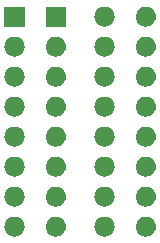
<source format=gbr>
G04 #@! TF.GenerationSoftware,KiCad,Pcbnew,(5.1.4)-1*
G04 #@! TF.CreationDate,2021-07-19T20:27:01-04:00*
G04 #@! TF.ProjectId,9301_to_74ls42,39333031-5f74-46f5-9f37-346c7334322e,rev?*
G04 #@! TF.SameCoordinates,Original*
G04 #@! TF.FileFunction,Soldermask,Top*
G04 #@! TF.FilePolarity,Negative*
%FSLAX46Y46*%
G04 Gerber Fmt 4.6, Leading zero omitted, Abs format (unit mm)*
G04 Created by KiCad (PCBNEW (5.1.4)-1) date 2021-07-19 20:27:01*
%MOMM*%
%LPD*%
G04 APERTURE LIST*
%ADD10C,0.100000*%
G04 APERTURE END LIST*
D10*
G36*
X139916823Y-64441313D02*
G01*
X140077242Y-64489976D01*
X140209906Y-64560886D01*
X140225078Y-64568996D01*
X140354659Y-64675341D01*
X140461004Y-64804922D01*
X140461005Y-64804924D01*
X140540024Y-64952758D01*
X140588687Y-65113177D01*
X140605117Y-65280000D01*
X140588687Y-65446823D01*
X140540024Y-65607242D01*
X140469114Y-65739906D01*
X140461004Y-65755078D01*
X140354659Y-65884659D01*
X140225078Y-65991004D01*
X140225076Y-65991005D01*
X140077242Y-66070024D01*
X139916823Y-66118687D01*
X139791804Y-66131000D01*
X139708196Y-66131000D01*
X139583177Y-66118687D01*
X139422758Y-66070024D01*
X139274924Y-65991005D01*
X139274922Y-65991004D01*
X139145341Y-65884659D01*
X139038996Y-65755078D01*
X139030886Y-65739906D01*
X138959976Y-65607242D01*
X138911313Y-65446823D01*
X138894883Y-65280000D01*
X138911313Y-65113177D01*
X138959976Y-64952758D01*
X139038995Y-64804924D01*
X139038996Y-64804922D01*
X139145341Y-64675341D01*
X139274922Y-64568996D01*
X139290094Y-64560886D01*
X139422758Y-64489976D01*
X139583177Y-64441313D01*
X139708196Y-64429000D01*
X139791804Y-64429000D01*
X139916823Y-64441313D01*
X139916823Y-64441313D01*
G37*
G36*
X136416823Y-64441313D02*
G01*
X136577242Y-64489976D01*
X136709906Y-64560886D01*
X136725078Y-64568996D01*
X136854659Y-64675341D01*
X136961004Y-64804922D01*
X136961005Y-64804924D01*
X137040024Y-64952758D01*
X137088687Y-65113177D01*
X137105117Y-65280000D01*
X137088687Y-65446823D01*
X137040024Y-65607242D01*
X136969114Y-65739906D01*
X136961004Y-65755078D01*
X136854659Y-65884659D01*
X136725078Y-65991004D01*
X136725076Y-65991005D01*
X136577242Y-66070024D01*
X136416823Y-66118687D01*
X136291804Y-66131000D01*
X136208196Y-66131000D01*
X136083177Y-66118687D01*
X135922758Y-66070024D01*
X135774924Y-65991005D01*
X135774922Y-65991004D01*
X135645341Y-65884659D01*
X135538996Y-65755078D01*
X135530886Y-65739906D01*
X135459976Y-65607242D01*
X135411313Y-65446823D01*
X135394883Y-65280000D01*
X135411313Y-65113177D01*
X135459976Y-64952758D01*
X135538995Y-64804924D01*
X135538996Y-64804922D01*
X135645341Y-64675341D01*
X135774922Y-64568996D01*
X135790094Y-64560886D01*
X135922758Y-64489976D01*
X136083177Y-64441313D01*
X136208196Y-64429000D01*
X136291804Y-64429000D01*
X136416823Y-64441313D01*
X136416823Y-64441313D01*
G37*
G36*
X147536823Y-64441313D02*
G01*
X147697242Y-64489976D01*
X147829906Y-64560886D01*
X147845078Y-64568996D01*
X147974659Y-64675341D01*
X148081004Y-64804922D01*
X148081005Y-64804924D01*
X148160024Y-64952758D01*
X148208687Y-65113177D01*
X148225117Y-65280000D01*
X148208687Y-65446823D01*
X148160024Y-65607242D01*
X148089114Y-65739906D01*
X148081004Y-65755078D01*
X147974659Y-65884659D01*
X147845078Y-65991004D01*
X147845076Y-65991005D01*
X147697242Y-66070024D01*
X147536823Y-66118687D01*
X147411804Y-66131000D01*
X147328196Y-66131000D01*
X147203177Y-66118687D01*
X147042758Y-66070024D01*
X146894924Y-65991005D01*
X146894922Y-65991004D01*
X146765341Y-65884659D01*
X146658996Y-65755078D01*
X146650886Y-65739906D01*
X146579976Y-65607242D01*
X146531313Y-65446823D01*
X146514883Y-65280000D01*
X146531313Y-65113177D01*
X146579976Y-64952758D01*
X146658995Y-64804924D01*
X146658996Y-64804922D01*
X146765341Y-64675341D01*
X146894922Y-64568996D01*
X146910094Y-64560886D01*
X147042758Y-64489976D01*
X147203177Y-64441313D01*
X147328196Y-64429000D01*
X147411804Y-64429000D01*
X147536823Y-64441313D01*
X147536823Y-64441313D01*
G37*
G36*
X144036823Y-64441313D02*
G01*
X144197242Y-64489976D01*
X144329906Y-64560886D01*
X144345078Y-64568996D01*
X144474659Y-64675341D01*
X144581004Y-64804922D01*
X144581005Y-64804924D01*
X144660024Y-64952758D01*
X144708687Y-65113177D01*
X144725117Y-65280000D01*
X144708687Y-65446823D01*
X144660024Y-65607242D01*
X144589114Y-65739906D01*
X144581004Y-65755078D01*
X144474659Y-65884659D01*
X144345078Y-65991004D01*
X144345076Y-65991005D01*
X144197242Y-66070024D01*
X144036823Y-66118687D01*
X143911804Y-66131000D01*
X143828196Y-66131000D01*
X143703177Y-66118687D01*
X143542758Y-66070024D01*
X143394924Y-65991005D01*
X143394922Y-65991004D01*
X143265341Y-65884659D01*
X143158996Y-65755078D01*
X143150886Y-65739906D01*
X143079976Y-65607242D01*
X143031313Y-65446823D01*
X143014883Y-65280000D01*
X143031313Y-65113177D01*
X143079976Y-64952758D01*
X143158995Y-64804924D01*
X143158996Y-64804922D01*
X143265341Y-64675341D01*
X143394922Y-64568996D01*
X143410094Y-64560886D01*
X143542758Y-64489976D01*
X143703177Y-64441313D01*
X143828196Y-64429000D01*
X143911804Y-64429000D01*
X144036823Y-64441313D01*
X144036823Y-64441313D01*
G37*
G36*
X136416823Y-61901313D02*
G01*
X136577242Y-61949976D01*
X136709906Y-62020886D01*
X136725078Y-62028996D01*
X136854659Y-62135341D01*
X136961004Y-62264922D01*
X136961005Y-62264924D01*
X137040024Y-62412758D01*
X137088687Y-62573177D01*
X137105117Y-62740000D01*
X137088687Y-62906823D01*
X137040024Y-63067242D01*
X136969114Y-63199906D01*
X136961004Y-63215078D01*
X136854659Y-63344659D01*
X136725078Y-63451004D01*
X136725076Y-63451005D01*
X136577242Y-63530024D01*
X136416823Y-63578687D01*
X136291804Y-63591000D01*
X136208196Y-63591000D01*
X136083177Y-63578687D01*
X135922758Y-63530024D01*
X135774924Y-63451005D01*
X135774922Y-63451004D01*
X135645341Y-63344659D01*
X135538996Y-63215078D01*
X135530886Y-63199906D01*
X135459976Y-63067242D01*
X135411313Y-62906823D01*
X135394883Y-62740000D01*
X135411313Y-62573177D01*
X135459976Y-62412758D01*
X135538995Y-62264924D01*
X135538996Y-62264922D01*
X135645341Y-62135341D01*
X135774922Y-62028996D01*
X135790094Y-62020886D01*
X135922758Y-61949976D01*
X136083177Y-61901313D01*
X136208196Y-61889000D01*
X136291804Y-61889000D01*
X136416823Y-61901313D01*
X136416823Y-61901313D01*
G37*
G36*
X139916823Y-61901313D02*
G01*
X140077242Y-61949976D01*
X140209906Y-62020886D01*
X140225078Y-62028996D01*
X140354659Y-62135341D01*
X140461004Y-62264922D01*
X140461005Y-62264924D01*
X140540024Y-62412758D01*
X140588687Y-62573177D01*
X140605117Y-62740000D01*
X140588687Y-62906823D01*
X140540024Y-63067242D01*
X140469114Y-63199906D01*
X140461004Y-63215078D01*
X140354659Y-63344659D01*
X140225078Y-63451004D01*
X140225076Y-63451005D01*
X140077242Y-63530024D01*
X139916823Y-63578687D01*
X139791804Y-63591000D01*
X139708196Y-63591000D01*
X139583177Y-63578687D01*
X139422758Y-63530024D01*
X139274924Y-63451005D01*
X139274922Y-63451004D01*
X139145341Y-63344659D01*
X139038996Y-63215078D01*
X139030886Y-63199906D01*
X138959976Y-63067242D01*
X138911313Y-62906823D01*
X138894883Y-62740000D01*
X138911313Y-62573177D01*
X138959976Y-62412758D01*
X139038995Y-62264924D01*
X139038996Y-62264922D01*
X139145341Y-62135341D01*
X139274922Y-62028996D01*
X139290094Y-62020886D01*
X139422758Y-61949976D01*
X139583177Y-61901313D01*
X139708196Y-61889000D01*
X139791804Y-61889000D01*
X139916823Y-61901313D01*
X139916823Y-61901313D01*
G37*
G36*
X144036823Y-61901313D02*
G01*
X144197242Y-61949976D01*
X144329906Y-62020886D01*
X144345078Y-62028996D01*
X144474659Y-62135341D01*
X144581004Y-62264922D01*
X144581005Y-62264924D01*
X144660024Y-62412758D01*
X144708687Y-62573177D01*
X144725117Y-62740000D01*
X144708687Y-62906823D01*
X144660024Y-63067242D01*
X144589114Y-63199906D01*
X144581004Y-63215078D01*
X144474659Y-63344659D01*
X144345078Y-63451004D01*
X144345076Y-63451005D01*
X144197242Y-63530024D01*
X144036823Y-63578687D01*
X143911804Y-63591000D01*
X143828196Y-63591000D01*
X143703177Y-63578687D01*
X143542758Y-63530024D01*
X143394924Y-63451005D01*
X143394922Y-63451004D01*
X143265341Y-63344659D01*
X143158996Y-63215078D01*
X143150886Y-63199906D01*
X143079976Y-63067242D01*
X143031313Y-62906823D01*
X143014883Y-62740000D01*
X143031313Y-62573177D01*
X143079976Y-62412758D01*
X143158995Y-62264924D01*
X143158996Y-62264922D01*
X143265341Y-62135341D01*
X143394922Y-62028996D01*
X143410094Y-62020886D01*
X143542758Y-61949976D01*
X143703177Y-61901313D01*
X143828196Y-61889000D01*
X143911804Y-61889000D01*
X144036823Y-61901313D01*
X144036823Y-61901313D01*
G37*
G36*
X147536823Y-61901313D02*
G01*
X147697242Y-61949976D01*
X147829906Y-62020886D01*
X147845078Y-62028996D01*
X147974659Y-62135341D01*
X148081004Y-62264922D01*
X148081005Y-62264924D01*
X148160024Y-62412758D01*
X148208687Y-62573177D01*
X148225117Y-62740000D01*
X148208687Y-62906823D01*
X148160024Y-63067242D01*
X148089114Y-63199906D01*
X148081004Y-63215078D01*
X147974659Y-63344659D01*
X147845078Y-63451004D01*
X147845076Y-63451005D01*
X147697242Y-63530024D01*
X147536823Y-63578687D01*
X147411804Y-63591000D01*
X147328196Y-63591000D01*
X147203177Y-63578687D01*
X147042758Y-63530024D01*
X146894924Y-63451005D01*
X146894922Y-63451004D01*
X146765341Y-63344659D01*
X146658996Y-63215078D01*
X146650886Y-63199906D01*
X146579976Y-63067242D01*
X146531313Y-62906823D01*
X146514883Y-62740000D01*
X146531313Y-62573177D01*
X146579976Y-62412758D01*
X146658995Y-62264924D01*
X146658996Y-62264922D01*
X146765341Y-62135341D01*
X146894922Y-62028996D01*
X146910094Y-62020886D01*
X147042758Y-61949976D01*
X147203177Y-61901313D01*
X147328196Y-61889000D01*
X147411804Y-61889000D01*
X147536823Y-61901313D01*
X147536823Y-61901313D01*
G37*
G36*
X136416823Y-59361313D02*
G01*
X136577242Y-59409976D01*
X136709906Y-59480886D01*
X136725078Y-59488996D01*
X136854659Y-59595341D01*
X136961004Y-59724922D01*
X136961005Y-59724924D01*
X137040024Y-59872758D01*
X137088687Y-60033177D01*
X137105117Y-60200000D01*
X137088687Y-60366823D01*
X137040024Y-60527242D01*
X136969114Y-60659906D01*
X136961004Y-60675078D01*
X136854659Y-60804659D01*
X136725078Y-60911004D01*
X136725076Y-60911005D01*
X136577242Y-60990024D01*
X136416823Y-61038687D01*
X136291804Y-61051000D01*
X136208196Y-61051000D01*
X136083177Y-61038687D01*
X135922758Y-60990024D01*
X135774924Y-60911005D01*
X135774922Y-60911004D01*
X135645341Y-60804659D01*
X135538996Y-60675078D01*
X135530886Y-60659906D01*
X135459976Y-60527242D01*
X135411313Y-60366823D01*
X135394883Y-60200000D01*
X135411313Y-60033177D01*
X135459976Y-59872758D01*
X135538995Y-59724924D01*
X135538996Y-59724922D01*
X135645341Y-59595341D01*
X135774922Y-59488996D01*
X135790094Y-59480886D01*
X135922758Y-59409976D01*
X136083177Y-59361313D01*
X136208196Y-59349000D01*
X136291804Y-59349000D01*
X136416823Y-59361313D01*
X136416823Y-59361313D01*
G37*
G36*
X147536823Y-59361313D02*
G01*
X147697242Y-59409976D01*
X147829906Y-59480886D01*
X147845078Y-59488996D01*
X147974659Y-59595341D01*
X148081004Y-59724922D01*
X148081005Y-59724924D01*
X148160024Y-59872758D01*
X148208687Y-60033177D01*
X148225117Y-60200000D01*
X148208687Y-60366823D01*
X148160024Y-60527242D01*
X148089114Y-60659906D01*
X148081004Y-60675078D01*
X147974659Y-60804659D01*
X147845078Y-60911004D01*
X147845076Y-60911005D01*
X147697242Y-60990024D01*
X147536823Y-61038687D01*
X147411804Y-61051000D01*
X147328196Y-61051000D01*
X147203177Y-61038687D01*
X147042758Y-60990024D01*
X146894924Y-60911005D01*
X146894922Y-60911004D01*
X146765341Y-60804659D01*
X146658996Y-60675078D01*
X146650886Y-60659906D01*
X146579976Y-60527242D01*
X146531313Y-60366823D01*
X146514883Y-60200000D01*
X146531313Y-60033177D01*
X146579976Y-59872758D01*
X146658995Y-59724924D01*
X146658996Y-59724922D01*
X146765341Y-59595341D01*
X146894922Y-59488996D01*
X146910094Y-59480886D01*
X147042758Y-59409976D01*
X147203177Y-59361313D01*
X147328196Y-59349000D01*
X147411804Y-59349000D01*
X147536823Y-59361313D01*
X147536823Y-59361313D01*
G37*
G36*
X139916823Y-59361313D02*
G01*
X140077242Y-59409976D01*
X140209906Y-59480886D01*
X140225078Y-59488996D01*
X140354659Y-59595341D01*
X140461004Y-59724922D01*
X140461005Y-59724924D01*
X140540024Y-59872758D01*
X140588687Y-60033177D01*
X140605117Y-60200000D01*
X140588687Y-60366823D01*
X140540024Y-60527242D01*
X140469114Y-60659906D01*
X140461004Y-60675078D01*
X140354659Y-60804659D01*
X140225078Y-60911004D01*
X140225076Y-60911005D01*
X140077242Y-60990024D01*
X139916823Y-61038687D01*
X139791804Y-61051000D01*
X139708196Y-61051000D01*
X139583177Y-61038687D01*
X139422758Y-60990024D01*
X139274924Y-60911005D01*
X139274922Y-60911004D01*
X139145341Y-60804659D01*
X139038996Y-60675078D01*
X139030886Y-60659906D01*
X138959976Y-60527242D01*
X138911313Y-60366823D01*
X138894883Y-60200000D01*
X138911313Y-60033177D01*
X138959976Y-59872758D01*
X139038995Y-59724924D01*
X139038996Y-59724922D01*
X139145341Y-59595341D01*
X139274922Y-59488996D01*
X139290094Y-59480886D01*
X139422758Y-59409976D01*
X139583177Y-59361313D01*
X139708196Y-59349000D01*
X139791804Y-59349000D01*
X139916823Y-59361313D01*
X139916823Y-59361313D01*
G37*
G36*
X144036823Y-59361313D02*
G01*
X144197242Y-59409976D01*
X144329906Y-59480886D01*
X144345078Y-59488996D01*
X144474659Y-59595341D01*
X144581004Y-59724922D01*
X144581005Y-59724924D01*
X144660024Y-59872758D01*
X144708687Y-60033177D01*
X144725117Y-60200000D01*
X144708687Y-60366823D01*
X144660024Y-60527242D01*
X144589114Y-60659906D01*
X144581004Y-60675078D01*
X144474659Y-60804659D01*
X144345078Y-60911004D01*
X144345076Y-60911005D01*
X144197242Y-60990024D01*
X144036823Y-61038687D01*
X143911804Y-61051000D01*
X143828196Y-61051000D01*
X143703177Y-61038687D01*
X143542758Y-60990024D01*
X143394924Y-60911005D01*
X143394922Y-60911004D01*
X143265341Y-60804659D01*
X143158996Y-60675078D01*
X143150886Y-60659906D01*
X143079976Y-60527242D01*
X143031313Y-60366823D01*
X143014883Y-60200000D01*
X143031313Y-60033177D01*
X143079976Y-59872758D01*
X143158995Y-59724924D01*
X143158996Y-59724922D01*
X143265341Y-59595341D01*
X143394922Y-59488996D01*
X143410094Y-59480886D01*
X143542758Y-59409976D01*
X143703177Y-59361313D01*
X143828196Y-59349000D01*
X143911804Y-59349000D01*
X144036823Y-59361313D01*
X144036823Y-59361313D01*
G37*
G36*
X139916823Y-56821313D02*
G01*
X140077242Y-56869976D01*
X140209906Y-56940886D01*
X140225078Y-56948996D01*
X140354659Y-57055341D01*
X140461004Y-57184922D01*
X140461005Y-57184924D01*
X140540024Y-57332758D01*
X140588687Y-57493177D01*
X140605117Y-57660000D01*
X140588687Y-57826823D01*
X140540024Y-57987242D01*
X140469114Y-58119906D01*
X140461004Y-58135078D01*
X140354659Y-58264659D01*
X140225078Y-58371004D01*
X140225076Y-58371005D01*
X140077242Y-58450024D01*
X139916823Y-58498687D01*
X139791804Y-58511000D01*
X139708196Y-58511000D01*
X139583177Y-58498687D01*
X139422758Y-58450024D01*
X139274924Y-58371005D01*
X139274922Y-58371004D01*
X139145341Y-58264659D01*
X139038996Y-58135078D01*
X139030886Y-58119906D01*
X138959976Y-57987242D01*
X138911313Y-57826823D01*
X138894883Y-57660000D01*
X138911313Y-57493177D01*
X138959976Y-57332758D01*
X139038995Y-57184924D01*
X139038996Y-57184922D01*
X139145341Y-57055341D01*
X139274922Y-56948996D01*
X139290094Y-56940886D01*
X139422758Y-56869976D01*
X139583177Y-56821313D01*
X139708196Y-56809000D01*
X139791804Y-56809000D01*
X139916823Y-56821313D01*
X139916823Y-56821313D01*
G37*
G36*
X144036823Y-56821313D02*
G01*
X144197242Y-56869976D01*
X144329906Y-56940886D01*
X144345078Y-56948996D01*
X144474659Y-57055341D01*
X144581004Y-57184922D01*
X144581005Y-57184924D01*
X144660024Y-57332758D01*
X144708687Y-57493177D01*
X144725117Y-57660000D01*
X144708687Y-57826823D01*
X144660024Y-57987242D01*
X144589114Y-58119906D01*
X144581004Y-58135078D01*
X144474659Y-58264659D01*
X144345078Y-58371004D01*
X144345076Y-58371005D01*
X144197242Y-58450024D01*
X144036823Y-58498687D01*
X143911804Y-58511000D01*
X143828196Y-58511000D01*
X143703177Y-58498687D01*
X143542758Y-58450024D01*
X143394924Y-58371005D01*
X143394922Y-58371004D01*
X143265341Y-58264659D01*
X143158996Y-58135078D01*
X143150886Y-58119906D01*
X143079976Y-57987242D01*
X143031313Y-57826823D01*
X143014883Y-57660000D01*
X143031313Y-57493177D01*
X143079976Y-57332758D01*
X143158995Y-57184924D01*
X143158996Y-57184922D01*
X143265341Y-57055341D01*
X143394922Y-56948996D01*
X143410094Y-56940886D01*
X143542758Y-56869976D01*
X143703177Y-56821313D01*
X143828196Y-56809000D01*
X143911804Y-56809000D01*
X144036823Y-56821313D01*
X144036823Y-56821313D01*
G37*
G36*
X147536823Y-56821313D02*
G01*
X147697242Y-56869976D01*
X147829906Y-56940886D01*
X147845078Y-56948996D01*
X147974659Y-57055341D01*
X148081004Y-57184922D01*
X148081005Y-57184924D01*
X148160024Y-57332758D01*
X148208687Y-57493177D01*
X148225117Y-57660000D01*
X148208687Y-57826823D01*
X148160024Y-57987242D01*
X148089114Y-58119906D01*
X148081004Y-58135078D01*
X147974659Y-58264659D01*
X147845078Y-58371004D01*
X147845076Y-58371005D01*
X147697242Y-58450024D01*
X147536823Y-58498687D01*
X147411804Y-58511000D01*
X147328196Y-58511000D01*
X147203177Y-58498687D01*
X147042758Y-58450024D01*
X146894924Y-58371005D01*
X146894922Y-58371004D01*
X146765341Y-58264659D01*
X146658996Y-58135078D01*
X146650886Y-58119906D01*
X146579976Y-57987242D01*
X146531313Y-57826823D01*
X146514883Y-57660000D01*
X146531313Y-57493177D01*
X146579976Y-57332758D01*
X146658995Y-57184924D01*
X146658996Y-57184922D01*
X146765341Y-57055341D01*
X146894922Y-56948996D01*
X146910094Y-56940886D01*
X147042758Y-56869976D01*
X147203177Y-56821313D01*
X147328196Y-56809000D01*
X147411804Y-56809000D01*
X147536823Y-56821313D01*
X147536823Y-56821313D01*
G37*
G36*
X136416823Y-56821313D02*
G01*
X136577242Y-56869976D01*
X136709906Y-56940886D01*
X136725078Y-56948996D01*
X136854659Y-57055341D01*
X136961004Y-57184922D01*
X136961005Y-57184924D01*
X137040024Y-57332758D01*
X137088687Y-57493177D01*
X137105117Y-57660000D01*
X137088687Y-57826823D01*
X137040024Y-57987242D01*
X136969114Y-58119906D01*
X136961004Y-58135078D01*
X136854659Y-58264659D01*
X136725078Y-58371004D01*
X136725076Y-58371005D01*
X136577242Y-58450024D01*
X136416823Y-58498687D01*
X136291804Y-58511000D01*
X136208196Y-58511000D01*
X136083177Y-58498687D01*
X135922758Y-58450024D01*
X135774924Y-58371005D01*
X135774922Y-58371004D01*
X135645341Y-58264659D01*
X135538996Y-58135078D01*
X135530886Y-58119906D01*
X135459976Y-57987242D01*
X135411313Y-57826823D01*
X135394883Y-57660000D01*
X135411313Y-57493177D01*
X135459976Y-57332758D01*
X135538995Y-57184924D01*
X135538996Y-57184922D01*
X135645341Y-57055341D01*
X135774922Y-56948996D01*
X135790094Y-56940886D01*
X135922758Y-56869976D01*
X136083177Y-56821313D01*
X136208196Y-56809000D01*
X136291804Y-56809000D01*
X136416823Y-56821313D01*
X136416823Y-56821313D01*
G37*
G36*
X139916823Y-54281313D02*
G01*
X140077242Y-54329976D01*
X140209906Y-54400886D01*
X140225078Y-54408996D01*
X140354659Y-54515341D01*
X140461004Y-54644922D01*
X140461005Y-54644924D01*
X140540024Y-54792758D01*
X140588687Y-54953177D01*
X140605117Y-55120000D01*
X140588687Y-55286823D01*
X140540024Y-55447242D01*
X140469114Y-55579906D01*
X140461004Y-55595078D01*
X140354659Y-55724659D01*
X140225078Y-55831004D01*
X140225076Y-55831005D01*
X140077242Y-55910024D01*
X139916823Y-55958687D01*
X139791804Y-55971000D01*
X139708196Y-55971000D01*
X139583177Y-55958687D01*
X139422758Y-55910024D01*
X139274924Y-55831005D01*
X139274922Y-55831004D01*
X139145341Y-55724659D01*
X139038996Y-55595078D01*
X139030886Y-55579906D01*
X138959976Y-55447242D01*
X138911313Y-55286823D01*
X138894883Y-55120000D01*
X138911313Y-54953177D01*
X138959976Y-54792758D01*
X139038995Y-54644924D01*
X139038996Y-54644922D01*
X139145341Y-54515341D01*
X139274922Y-54408996D01*
X139290094Y-54400886D01*
X139422758Y-54329976D01*
X139583177Y-54281313D01*
X139708196Y-54269000D01*
X139791804Y-54269000D01*
X139916823Y-54281313D01*
X139916823Y-54281313D01*
G37*
G36*
X144036823Y-54281313D02*
G01*
X144197242Y-54329976D01*
X144329906Y-54400886D01*
X144345078Y-54408996D01*
X144474659Y-54515341D01*
X144581004Y-54644922D01*
X144581005Y-54644924D01*
X144660024Y-54792758D01*
X144708687Y-54953177D01*
X144725117Y-55120000D01*
X144708687Y-55286823D01*
X144660024Y-55447242D01*
X144589114Y-55579906D01*
X144581004Y-55595078D01*
X144474659Y-55724659D01*
X144345078Y-55831004D01*
X144345076Y-55831005D01*
X144197242Y-55910024D01*
X144036823Y-55958687D01*
X143911804Y-55971000D01*
X143828196Y-55971000D01*
X143703177Y-55958687D01*
X143542758Y-55910024D01*
X143394924Y-55831005D01*
X143394922Y-55831004D01*
X143265341Y-55724659D01*
X143158996Y-55595078D01*
X143150886Y-55579906D01*
X143079976Y-55447242D01*
X143031313Y-55286823D01*
X143014883Y-55120000D01*
X143031313Y-54953177D01*
X143079976Y-54792758D01*
X143158995Y-54644924D01*
X143158996Y-54644922D01*
X143265341Y-54515341D01*
X143394922Y-54408996D01*
X143410094Y-54400886D01*
X143542758Y-54329976D01*
X143703177Y-54281313D01*
X143828196Y-54269000D01*
X143911804Y-54269000D01*
X144036823Y-54281313D01*
X144036823Y-54281313D01*
G37*
G36*
X136416823Y-54281313D02*
G01*
X136577242Y-54329976D01*
X136709906Y-54400886D01*
X136725078Y-54408996D01*
X136854659Y-54515341D01*
X136961004Y-54644922D01*
X136961005Y-54644924D01*
X137040024Y-54792758D01*
X137088687Y-54953177D01*
X137105117Y-55120000D01*
X137088687Y-55286823D01*
X137040024Y-55447242D01*
X136969114Y-55579906D01*
X136961004Y-55595078D01*
X136854659Y-55724659D01*
X136725078Y-55831004D01*
X136725076Y-55831005D01*
X136577242Y-55910024D01*
X136416823Y-55958687D01*
X136291804Y-55971000D01*
X136208196Y-55971000D01*
X136083177Y-55958687D01*
X135922758Y-55910024D01*
X135774924Y-55831005D01*
X135774922Y-55831004D01*
X135645341Y-55724659D01*
X135538996Y-55595078D01*
X135530886Y-55579906D01*
X135459976Y-55447242D01*
X135411313Y-55286823D01*
X135394883Y-55120000D01*
X135411313Y-54953177D01*
X135459976Y-54792758D01*
X135538995Y-54644924D01*
X135538996Y-54644922D01*
X135645341Y-54515341D01*
X135774922Y-54408996D01*
X135790094Y-54400886D01*
X135922758Y-54329976D01*
X136083177Y-54281313D01*
X136208196Y-54269000D01*
X136291804Y-54269000D01*
X136416823Y-54281313D01*
X136416823Y-54281313D01*
G37*
G36*
X147536823Y-54281313D02*
G01*
X147697242Y-54329976D01*
X147829906Y-54400886D01*
X147845078Y-54408996D01*
X147974659Y-54515341D01*
X148081004Y-54644922D01*
X148081005Y-54644924D01*
X148160024Y-54792758D01*
X148208687Y-54953177D01*
X148225117Y-55120000D01*
X148208687Y-55286823D01*
X148160024Y-55447242D01*
X148089114Y-55579906D01*
X148081004Y-55595078D01*
X147974659Y-55724659D01*
X147845078Y-55831004D01*
X147845076Y-55831005D01*
X147697242Y-55910024D01*
X147536823Y-55958687D01*
X147411804Y-55971000D01*
X147328196Y-55971000D01*
X147203177Y-55958687D01*
X147042758Y-55910024D01*
X146894924Y-55831005D01*
X146894922Y-55831004D01*
X146765341Y-55724659D01*
X146658996Y-55595078D01*
X146650886Y-55579906D01*
X146579976Y-55447242D01*
X146531313Y-55286823D01*
X146514883Y-55120000D01*
X146531313Y-54953177D01*
X146579976Y-54792758D01*
X146658995Y-54644924D01*
X146658996Y-54644922D01*
X146765341Y-54515341D01*
X146894922Y-54408996D01*
X146910094Y-54400886D01*
X147042758Y-54329976D01*
X147203177Y-54281313D01*
X147328196Y-54269000D01*
X147411804Y-54269000D01*
X147536823Y-54281313D01*
X147536823Y-54281313D01*
G37*
G36*
X136416823Y-51741313D02*
G01*
X136577242Y-51789976D01*
X136709906Y-51860886D01*
X136725078Y-51868996D01*
X136854659Y-51975341D01*
X136961004Y-52104922D01*
X136961005Y-52104924D01*
X137040024Y-52252758D01*
X137088687Y-52413177D01*
X137105117Y-52580000D01*
X137088687Y-52746823D01*
X137040024Y-52907242D01*
X136969114Y-53039906D01*
X136961004Y-53055078D01*
X136854659Y-53184659D01*
X136725078Y-53291004D01*
X136725076Y-53291005D01*
X136577242Y-53370024D01*
X136416823Y-53418687D01*
X136291804Y-53431000D01*
X136208196Y-53431000D01*
X136083177Y-53418687D01*
X135922758Y-53370024D01*
X135774924Y-53291005D01*
X135774922Y-53291004D01*
X135645341Y-53184659D01*
X135538996Y-53055078D01*
X135530886Y-53039906D01*
X135459976Y-52907242D01*
X135411313Y-52746823D01*
X135394883Y-52580000D01*
X135411313Y-52413177D01*
X135459976Y-52252758D01*
X135538995Y-52104924D01*
X135538996Y-52104922D01*
X135645341Y-51975341D01*
X135774922Y-51868996D01*
X135790094Y-51860886D01*
X135922758Y-51789976D01*
X136083177Y-51741313D01*
X136208196Y-51729000D01*
X136291804Y-51729000D01*
X136416823Y-51741313D01*
X136416823Y-51741313D01*
G37*
G36*
X147536823Y-51741313D02*
G01*
X147697242Y-51789976D01*
X147829906Y-51860886D01*
X147845078Y-51868996D01*
X147974659Y-51975341D01*
X148081004Y-52104922D01*
X148081005Y-52104924D01*
X148160024Y-52252758D01*
X148208687Y-52413177D01*
X148225117Y-52580000D01*
X148208687Y-52746823D01*
X148160024Y-52907242D01*
X148089114Y-53039906D01*
X148081004Y-53055078D01*
X147974659Y-53184659D01*
X147845078Y-53291004D01*
X147845076Y-53291005D01*
X147697242Y-53370024D01*
X147536823Y-53418687D01*
X147411804Y-53431000D01*
X147328196Y-53431000D01*
X147203177Y-53418687D01*
X147042758Y-53370024D01*
X146894924Y-53291005D01*
X146894922Y-53291004D01*
X146765341Y-53184659D01*
X146658996Y-53055078D01*
X146650886Y-53039906D01*
X146579976Y-52907242D01*
X146531313Y-52746823D01*
X146514883Y-52580000D01*
X146531313Y-52413177D01*
X146579976Y-52252758D01*
X146658995Y-52104924D01*
X146658996Y-52104922D01*
X146765341Y-51975341D01*
X146894922Y-51868996D01*
X146910094Y-51860886D01*
X147042758Y-51789976D01*
X147203177Y-51741313D01*
X147328196Y-51729000D01*
X147411804Y-51729000D01*
X147536823Y-51741313D01*
X147536823Y-51741313D01*
G37*
G36*
X144036823Y-51741313D02*
G01*
X144197242Y-51789976D01*
X144329906Y-51860886D01*
X144345078Y-51868996D01*
X144474659Y-51975341D01*
X144581004Y-52104922D01*
X144581005Y-52104924D01*
X144660024Y-52252758D01*
X144708687Y-52413177D01*
X144725117Y-52580000D01*
X144708687Y-52746823D01*
X144660024Y-52907242D01*
X144589114Y-53039906D01*
X144581004Y-53055078D01*
X144474659Y-53184659D01*
X144345078Y-53291004D01*
X144345076Y-53291005D01*
X144197242Y-53370024D01*
X144036823Y-53418687D01*
X143911804Y-53431000D01*
X143828196Y-53431000D01*
X143703177Y-53418687D01*
X143542758Y-53370024D01*
X143394924Y-53291005D01*
X143394922Y-53291004D01*
X143265341Y-53184659D01*
X143158996Y-53055078D01*
X143150886Y-53039906D01*
X143079976Y-52907242D01*
X143031313Y-52746823D01*
X143014883Y-52580000D01*
X143031313Y-52413177D01*
X143079976Y-52252758D01*
X143158995Y-52104924D01*
X143158996Y-52104922D01*
X143265341Y-51975341D01*
X143394922Y-51868996D01*
X143410094Y-51860886D01*
X143542758Y-51789976D01*
X143703177Y-51741313D01*
X143828196Y-51729000D01*
X143911804Y-51729000D01*
X144036823Y-51741313D01*
X144036823Y-51741313D01*
G37*
G36*
X139916823Y-51741313D02*
G01*
X140077242Y-51789976D01*
X140209906Y-51860886D01*
X140225078Y-51868996D01*
X140354659Y-51975341D01*
X140461004Y-52104922D01*
X140461005Y-52104924D01*
X140540024Y-52252758D01*
X140588687Y-52413177D01*
X140605117Y-52580000D01*
X140588687Y-52746823D01*
X140540024Y-52907242D01*
X140469114Y-53039906D01*
X140461004Y-53055078D01*
X140354659Y-53184659D01*
X140225078Y-53291004D01*
X140225076Y-53291005D01*
X140077242Y-53370024D01*
X139916823Y-53418687D01*
X139791804Y-53431000D01*
X139708196Y-53431000D01*
X139583177Y-53418687D01*
X139422758Y-53370024D01*
X139274924Y-53291005D01*
X139274922Y-53291004D01*
X139145341Y-53184659D01*
X139038996Y-53055078D01*
X139030886Y-53039906D01*
X138959976Y-52907242D01*
X138911313Y-52746823D01*
X138894883Y-52580000D01*
X138911313Y-52413177D01*
X138959976Y-52252758D01*
X139038995Y-52104924D01*
X139038996Y-52104922D01*
X139145341Y-51975341D01*
X139274922Y-51868996D01*
X139290094Y-51860886D01*
X139422758Y-51789976D01*
X139583177Y-51741313D01*
X139708196Y-51729000D01*
X139791804Y-51729000D01*
X139916823Y-51741313D01*
X139916823Y-51741313D01*
G37*
G36*
X147536823Y-49201313D02*
G01*
X147697242Y-49249976D01*
X147829906Y-49320886D01*
X147845078Y-49328996D01*
X147974659Y-49435341D01*
X148081004Y-49564922D01*
X148081005Y-49564924D01*
X148160024Y-49712758D01*
X148208687Y-49873177D01*
X148225117Y-50040000D01*
X148208687Y-50206823D01*
X148160024Y-50367242D01*
X148089114Y-50499906D01*
X148081004Y-50515078D01*
X147974659Y-50644659D01*
X147845078Y-50751004D01*
X147845076Y-50751005D01*
X147697242Y-50830024D01*
X147536823Y-50878687D01*
X147411804Y-50891000D01*
X147328196Y-50891000D01*
X147203177Y-50878687D01*
X147042758Y-50830024D01*
X146894924Y-50751005D01*
X146894922Y-50751004D01*
X146765341Y-50644659D01*
X146658996Y-50515078D01*
X146650886Y-50499906D01*
X146579976Y-50367242D01*
X146531313Y-50206823D01*
X146514883Y-50040000D01*
X146531313Y-49873177D01*
X146579976Y-49712758D01*
X146658995Y-49564924D01*
X146658996Y-49564922D01*
X146765341Y-49435341D01*
X146894922Y-49328996D01*
X146910094Y-49320886D01*
X147042758Y-49249976D01*
X147203177Y-49201313D01*
X147328196Y-49189000D01*
X147411804Y-49189000D01*
X147536823Y-49201313D01*
X147536823Y-49201313D01*
G37*
G36*
X136416823Y-49201313D02*
G01*
X136577242Y-49249976D01*
X136709906Y-49320886D01*
X136725078Y-49328996D01*
X136854659Y-49435341D01*
X136961004Y-49564922D01*
X136961005Y-49564924D01*
X137040024Y-49712758D01*
X137088687Y-49873177D01*
X137105117Y-50040000D01*
X137088687Y-50206823D01*
X137040024Y-50367242D01*
X136969114Y-50499906D01*
X136961004Y-50515078D01*
X136854659Y-50644659D01*
X136725078Y-50751004D01*
X136725076Y-50751005D01*
X136577242Y-50830024D01*
X136416823Y-50878687D01*
X136291804Y-50891000D01*
X136208196Y-50891000D01*
X136083177Y-50878687D01*
X135922758Y-50830024D01*
X135774924Y-50751005D01*
X135774922Y-50751004D01*
X135645341Y-50644659D01*
X135538996Y-50515078D01*
X135530886Y-50499906D01*
X135459976Y-50367242D01*
X135411313Y-50206823D01*
X135394883Y-50040000D01*
X135411313Y-49873177D01*
X135459976Y-49712758D01*
X135538995Y-49564924D01*
X135538996Y-49564922D01*
X135645341Y-49435341D01*
X135774922Y-49328996D01*
X135790094Y-49320886D01*
X135922758Y-49249976D01*
X136083177Y-49201313D01*
X136208196Y-49189000D01*
X136291804Y-49189000D01*
X136416823Y-49201313D01*
X136416823Y-49201313D01*
G37*
G36*
X144036823Y-49201313D02*
G01*
X144197242Y-49249976D01*
X144329906Y-49320886D01*
X144345078Y-49328996D01*
X144474659Y-49435341D01*
X144581004Y-49564922D01*
X144581005Y-49564924D01*
X144660024Y-49712758D01*
X144708687Y-49873177D01*
X144725117Y-50040000D01*
X144708687Y-50206823D01*
X144660024Y-50367242D01*
X144589114Y-50499906D01*
X144581004Y-50515078D01*
X144474659Y-50644659D01*
X144345078Y-50751004D01*
X144345076Y-50751005D01*
X144197242Y-50830024D01*
X144036823Y-50878687D01*
X143911804Y-50891000D01*
X143828196Y-50891000D01*
X143703177Y-50878687D01*
X143542758Y-50830024D01*
X143394924Y-50751005D01*
X143394922Y-50751004D01*
X143265341Y-50644659D01*
X143158996Y-50515078D01*
X143150886Y-50499906D01*
X143079976Y-50367242D01*
X143031313Y-50206823D01*
X143014883Y-50040000D01*
X143031313Y-49873177D01*
X143079976Y-49712758D01*
X143158995Y-49564924D01*
X143158996Y-49564922D01*
X143265341Y-49435341D01*
X143394922Y-49328996D01*
X143410094Y-49320886D01*
X143542758Y-49249976D01*
X143703177Y-49201313D01*
X143828196Y-49189000D01*
X143911804Y-49189000D01*
X144036823Y-49201313D01*
X144036823Y-49201313D01*
G37*
G36*
X139916823Y-49201313D02*
G01*
X140077242Y-49249976D01*
X140209906Y-49320886D01*
X140225078Y-49328996D01*
X140354659Y-49435341D01*
X140461004Y-49564922D01*
X140461005Y-49564924D01*
X140540024Y-49712758D01*
X140588687Y-49873177D01*
X140605117Y-50040000D01*
X140588687Y-50206823D01*
X140540024Y-50367242D01*
X140469114Y-50499906D01*
X140461004Y-50515078D01*
X140354659Y-50644659D01*
X140225078Y-50751004D01*
X140225076Y-50751005D01*
X140077242Y-50830024D01*
X139916823Y-50878687D01*
X139791804Y-50891000D01*
X139708196Y-50891000D01*
X139583177Y-50878687D01*
X139422758Y-50830024D01*
X139274924Y-50751005D01*
X139274922Y-50751004D01*
X139145341Y-50644659D01*
X139038996Y-50515078D01*
X139030886Y-50499906D01*
X138959976Y-50367242D01*
X138911313Y-50206823D01*
X138894883Y-50040000D01*
X138911313Y-49873177D01*
X138959976Y-49712758D01*
X139038995Y-49564924D01*
X139038996Y-49564922D01*
X139145341Y-49435341D01*
X139274922Y-49328996D01*
X139290094Y-49320886D01*
X139422758Y-49249976D01*
X139583177Y-49201313D01*
X139708196Y-49189000D01*
X139791804Y-49189000D01*
X139916823Y-49201313D01*
X139916823Y-49201313D01*
G37*
G36*
X140601000Y-48351000D02*
G01*
X138899000Y-48351000D01*
X138899000Y-46649000D01*
X140601000Y-46649000D01*
X140601000Y-48351000D01*
X140601000Y-48351000D01*
G37*
G36*
X147536823Y-46661313D02*
G01*
X147697242Y-46709976D01*
X147829906Y-46780886D01*
X147845078Y-46788996D01*
X147974659Y-46895341D01*
X148081004Y-47024922D01*
X148081005Y-47024924D01*
X148160024Y-47172758D01*
X148208687Y-47333177D01*
X148225117Y-47500000D01*
X148208687Y-47666823D01*
X148160024Y-47827242D01*
X148089114Y-47959906D01*
X148081004Y-47975078D01*
X147974659Y-48104659D01*
X147845078Y-48211004D01*
X147845076Y-48211005D01*
X147697242Y-48290024D01*
X147536823Y-48338687D01*
X147411804Y-48351000D01*
X147328196Y-48351000D01*
X147203177Y-48338687D01*
X147042758Y-48290024D01*
X146894924Y-48211005D01*
X146894922Y-48211004D01*
X146765341Y-48104659D01*
X146658996Y-47975078D01*
X146650886Y-47959906D01*
X146579976Y-47827242D01*
X146531313Y-47666823D01*
X146514883Y-47500000D01*
X146531313Y-47333177D01*
X146579976Y-47172758D01*
X146658995Y-47024924D01*
X146658996Y-47024922D01*
X146765341Y-46895341D01*
X146894922Y-46788996D01*
X146910094Y-46780886D01*
X147042758Y-46709976D01*
X147203177Y-46661313D01*
X147328196Y-46649000D01*
X147411804Y-46649000D01*
X147536823Y-46661313D01*
X147536823Y-46661313D01*
G37*
G36*
X137101000Y-48351000D02*
G01*
X135399000Y-48351000D01*
X135399000Y-46649000D01*
X137101000Y-46649000D01*
X137101000Y-48351000D01*
X137101000Y-48351000D01*
G37*
G36*
X144036823Y-46661313D02*
G01*
X144197242Y-46709976D01*
X144329906Y-46780886D01*
X144345078Y-46788996D01*
X144474659Y-46895341D01*
X144581004Y-47024922D01*
X144581005Y-47024924D01*
X144660024Y-47172758D01*
X144708687Y-47333177D01*
X144725117Y-47500000D01*
X144708687Y-47666823D01*
X144660024Y-47827242D01*
X144589114Y-47959906D01*
X144581004Y-47975078D01*
X144474659Y-48104659D01*
X144345078Y-48211004D01*
X144345076Y-48211005D01*
X144197242Y-48290024D01*
X144036823Y-48338687D01*
X143911804Y-48351000D01*
X143828196Y-48351000D01*
X143703177Y-48338687D01*
X143542758Y-48290024D01*
X143394924Y-48211005D01*
X143394922Y-48211004D01*
X143265341Y-48104659D01*
X143158996Y-47975078D01*
X143150886Y-47959906D01*
X143079976Y-47827242D01*
X143031313Y-47666823D01*
X143014883Y-47500000D01*
X143031313Y-47333177D01*
X143079976Y-47172758D01*
X143158995Y-47024924D01*
X143158996Y-47024922D01*
X143265341Y-46895341D01*
X143394922Y-46788996D01*
X143410094Y-46780886D01*
X143542758Y-46709976D01*
X143703177Y-46661313D01*
X143828196Y-46649000D01*
X143911804Y-46649000D01*
X144036823Y-46661313D01*
X144036823Y-46661313D01*
G37*
M02*

</source>
